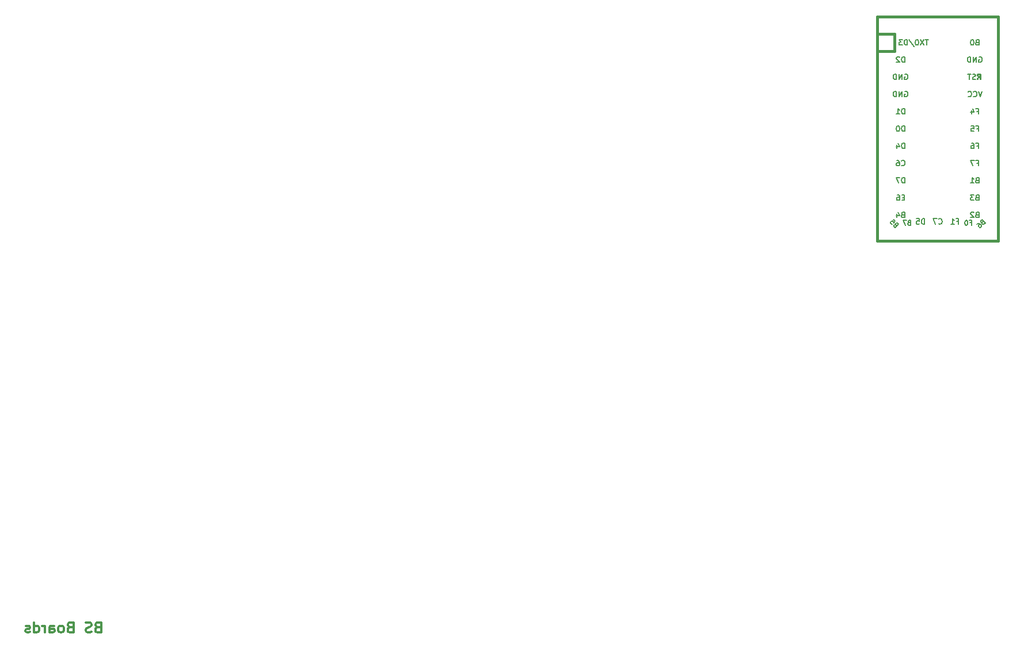
<source format=gbr>
G04 #@! TF.GenerationSoftware,KiCad,Pcbnew,(5.1.5)-3*
G04 #@! TF.CreationDate,2020-03-15T19:25:50-07:00*
G04 #@! TF.ProjectId,keyboard-layout,6b657962-6f61-4726-942d-6c61796f7574,rev?*
G04 #@! TF.SameCoordinates,Original*
G04 #@! TF.FileFunction,Legend,Bot*
G04 #@! TF.FilePolarity,Positive*
%FSLAX46Y46*%
G04 Gerber Fmt 4.6, Leading zero omitted, Abs format (unit mm)*
G04 Created by KiCad (PCBNEW (5.1.5)-3) date 2020-03-15 19:25:50*
%MOMM*%
%LPD*%
G04 APERTURE LIST*
%ADD10C,0.300000*%
%ADD11C,0.381000*%
%ADD12C,0.150000*%
G04 APERTURE END LIST*
D10*
X194741964Y-107049107D02*
X194527678Y-107120535D01*
X194456250Y-107191964D01*
X194384821Y-107334821D01*
X194384821Y-107549107D01*
X194456250Y-107691964D01*
X194527678Y-107763392D01*
X194670535Y-107834821D01*
X195241964Y-107834821D01*
X195241964Y-106334821D01*
X194741964Y-106334821D01*
X194599107Y-106406250D01*
X194527678Y-106477678D01*
X194456250Y-106620535D01*
X194456250Y-106763392D01*
X194527678Y-106906250D01*
X194599107Y-106977678D01*
X194741964Y-107049107D01*
X195241964Y-107049107D01*
X193813392Y-107763392D02*
X193599107Y-107834821D01*
X193241964Y-107834821D01*
X193099107Y-107763392D01*
X193027678Y-107691964D01*
X192956250Y-107549107D01*
X192956250Y-107406250D01*
X193027678Y-107263392D01*
X193099107Y-107191964D01*
X193241964Y-107120535D01*
X193527678Y-107049107D01*
X193670535Y-106977678D01*
X193741964Y-106906250D01*
X193813392Y-106763392D01*
X193813392Y-106620535D01*
X193741964Y-106477678D01*
X193670535Y-106406250D01*
X193527678Y-106334821D01*
X193170535Y-106334821D01*
X192956250Y-106406250D01*
X190670535Y-107049107D02*
X190456250Y-107120535D01*
X190384821Y-107191964D01*
X190313392Y-107334821D01*
X190313392Y-107549107D01*
X190384821Y-107691964D01*
X190456250Y-107763392D01*
X190599107Y-107834821D01*
X191170535Y-107834821D01*
X191170535Y-106334821D01*
X190670535Y-106334821D01*
X190527678Y-106406250D01*
X190456250Y-106477678D01*
X190384821Y-106620535D01*
X190384821Y-106763392D01*
X190456250Y-106906250D01*
X190527678Y-106977678D01*
X190670535Y-107049107D01*
X191170535Y-107049107D01*
X189456250Y-107834821D02*
X189599107Y-107763392D01*
X189670535Y-107691964D01*
X189741964Y-107549107D01*
X189741964Y-107120535D01*
X189670535Y-106977678D01*
X189599107Y-106906250D01*
X189456250Y-106834821D01*
X189241964Y-106834821D01*
X189099107Y-106906250D01*
X189027678Y-106977678D01*
X188956250Y-107120535D01*
X188956250Y-107549107D01*
X189027678Y-107691964D01*
X189099107Y-107763392D01*
X189241964Y-107834821D01*
X189456250Y-107834821D01*
X187670535Y-107834821D02*
X187670535Y-107049107D01*
X187741964Y-106906250D01*
X187884821Y-106834821D01*
X188170535Y-106834821D01*
X188313392Y-106906250D01*
X187670535Y-107763392D02*
X187813392Y-107834821D01*
X188170535Y-107834821D01*
X188313392Y-107763392D01*
X188384821Y-107620535D01*
X188384821Y-107477678D01*
X188313392Y-107334821D01*
X188170535Y-107263392D01*
X187813392Y-107263392D01*
X187670535Y-107191964D01*
X186956250Y-107834821D02*
X186956250Y-106834821D01*
X186956250Y-107120535D02*
X186884821Y-106977678D01*
X186813392Y-106906250D01*
X186670535Y-106834821D01*
X186527678Y-106834821D01*
X185384821Y-107834821D02*
X185384821Y-106334821D01*
X185384821Y-107763392D02*
X185527678Y-107834821D01*
X185813392Y-107834821D01*
X185956250Y-107763392D01*
X186027678Y-107691964D01*
X186099107Y-107549107D01*
X186099107Y-107120535D01*
X186027678Y-106977678D01*
X185956250Y-106906250D01*
X185813392Y-106834821D01*
X185527678Y-106834821D01*
X185384821Y-106906250D01*
X184741964Y-107763392D02*
X184599107Y-107834821D01*
X184313392Y-107834821D01*
X184170535Y-107763392D01*
X184099107Y-107620535D01*
X184099107Y-107549107D01*
X184170535Y-107406250D01*
X184313392Y-107334821D01*
X184527678Y-107334821D01*
X184670535Y-107263392D01*
X184741964Y-107120535D01*
X184741964Y-107049107D01*
X184670535Y-106906250D01*
X184527678Y-106834821D01*
X184313392Y-106834821D01*
X184170535Y-106906250D01*
D11*
X311943750Y-19685000D02*
X309403750Y-19685000D01*
X327183750Y-17145000D02*
X309403750Y-17145000D01*
X309403750Y-17145000D02*
X309403750Y-50165000D01*
X309403750Y-50165000D02*
X327183750Y-50165000D01*
X327183750Y-50165000D02*
X327183750Y-17145000D01*
D12*
G36*
X324138385Y-25574030D02*
G01*
X324138385Y-25674030D01*
X324638385Y-25674030D01*
X324638385Y-25574030D01*
X324138385Y-25574030D01*
G37*
X324138385Y-25574030D02*
X324138385Y-25674030D01*
X324638385Y-25674030D01*
X324638385Y-25574030D01*
X324138385Y-25574030D01*
G36*
X324138385Y-25574030D02*
G01*
X324138385Y-25874030D01*
X324238385Y-25874030D01*
X324238385Y-25574030D01*
X324138385Y-25574030D01*
G37*
X324138385Y-25574030D02*
X324138385Y-25874030D01*
X324238385Y-25874030D01*
X324238385Y-25574030D01*
X324138385Y-25574030D01*
G36*
X324138385Y-26174030D02*
G01*
X324138385Y-26374030D01*
X324238385Y-26374030D01*
X324238385Y-26174030D01*
X324138385Y-26174030D01*
G37*
X324138385Y-26174030D02*
X324138385Y-26374030D01*
X324238385Y-26374030D01*
X324238385Y-26174030D01*
X324138385Y-26174030D01*
G36*
X324538385Y-25574030D02*
G01*
X324538385Y-26374030D01*
X324638385Y-26374030D01*
X324638385Y-25574030D01*
X324538385Y-25574030D01*
G37*
X324538385Y-25574030D02*
X324538385Y-26374030D01*
X324638385Y-26374030D01*
X324638385Y-25574030D01*
X324538385Y-25574030D01*
G36*
X324338385Y-25974030D02*
G01*
X324338385Y-26074030D01*
X324438385Y-26074030D01*
X324438385Y-25974030D01*
X324338385Y-25974030D01*
G37*
X324338385Y-25974030D02*
X324338385Y-26074030D01*
X324438385Y-26074030D01*
X324438385Y-25974030D01*
X324338385Y-25974030D01*
D11*
X311943750Y-19685000D02*
X311943750Y-22225000D01*
X311943750Y-22225000D02*
X309403750Y-22225000D01*
D12*
X316344226Y-47686904D02*
X316344226Y-46886904D01*
X316153750Y-46886904D01*
X316039464Y-46925000D01*
X315963273Y-47001190D01*
X315925178Y-47077380D01*
X315887083Y-47229761D01*
X315887083Y-47344047D01*
X315925178Y-47496428D01*
X315963273Y-47572619D01*
X316039464Y-47648809D01*
X316153750Y-47686904D01*
X316344226Y-47686904D01*
X315163273Y-46886904D02*
X315544226Y-46886904D01*
X315582321Y-47267857D01*
X315544226Y-47229761D01*
X315468035Y-47191666D01*
X315277559Y-47191666D01*
X315201369Y-47229761D01*
X315163273Y-47267857D01*
X315125178Y-47344047D01*
X315125178Y-47534523D01*
X315163273Y-47610714D01*
X315201369Y-47648809D01*
X315277559Y-47686904D01*
X315468035Y-47686904D01*
X315544226Y-47648809D01*
X315582321Y-47610714D01*
X321100416Y-47267857D02*
X321367083Y-47267857D01*
X321367083Y-47686904D02*
X321367083Y-46886904D01*
X320986130Y-46886904D01*
X320262321Y-47686904D02*
X320719464Y-47686904D01*
X320490892Y-47686904D02*
X320490892Y-46886904D01*
X320567083Y-47001190D01*
X320643273Y-47077380D01*
X320719464Y-47115476D01*
X318427083Y-47610714D02*
X318465178Y-47648809D01*
X318579464Y-47686904D01*
X318655654Y-47686904D01*
X318769940Y-47648809D01*
X318846130Y-47572619D01*
X318884226Y-47496428D01*
X318922321Y-47344047D01*
X318922321Y-47229761D01*
X318884226Y-47077380D01*
X318846130Y-47001190D01*
X318769940Y-46925000D01*
X318655654Y-46886904D01*
X318579464Y-46886904D01*
X318465178Y-46925000D01*
X318427083Y-46963095D01*
X318160416Y-46886904D02*
X317627083Y-46886904D01*
X317969940Y-47686904D01*
X324858741Y-47389297D02*
X324811601Y-47483578D01*
X324811601Y-47530719D01*
X324835171Y-47601429D01*
X324905882Y-47672140D01*
X324976592Y-47695710D01*
X325023733Y-47695710D01*
X325094443Y-47672140D01*
X325283005Y-47483578D01*
X324788030Y-46988603D01*
X324623039Y-47153595D01*
X324599469Y-47224306D01*
X324599469Y-47271446D01*
X324623039Y-47342157D01*
X324670179Y-47389297D01*
X324740890Y-47412867D01*
X324788030Y-47412867D01*
X324858741Y-47389297D01*
X325023733Y-47224306D01*
X324080924Y-47695710D02*
X324175205Y-47601429D01*
X324245915Y-47577859D01*
X324293056Y-47577859D01*
X324410907Y-47601429D01*
X324528758Y-47672140D01*
X324717320Y-47860702D01*
X324740890Y-47931412D01*
X324740890Y-47978553D01*
X324717320Y-48049264D01*
X324623039Y-48143544D01*
X324552328Y-48167115D01*
X324505188Y-48167115D01*
X324434477Y-48143544D01*
X324316626Y-48025693D01*
X324293056Y-47954983D01*
X324293056Y-47907842D01*
X324316626Y-47837132D01*
X324410907Y-47742851D01*
X324481617Y-47719280D01*
X324528758Y-47719280D01*
X324599469Y-47742851D01*
X323027083Y-47475000D02*
X323260416Y-47475000D01*
X323260416Y-47841666D02*
X323260416Y-47141666D01*
X322927083Y-47141666D01*
X322527083Y-47141666D02*
X322460416Y-47141666D01*
X322393750Y-47175000D01*
X322360416Y-47208333D01*
X322327083Y-47275000D01*
X322293750Y-47408333D01*
X322293750Y-47575000D01*
X322327083Y-47708333D01*
X322360416Y-47775000D01*
X322393750Y-47808333D01*
X322460416Y-47841666D01*
X322527083Y-47841666D01*
X322593750Y-47808333D01*
X322627083Y-47775000D01*
X322660416Y-47708333D01*
X322693750Y-47575000D01*
X322693750Y-47408333D01*
X322660416Y-47275000D01*
X322627083Y-47208333D01*
X322593750Y-47175000D01*
X322527083Y-47141666D01*
X314077083Y-47475000D02*
X313977083Y-47508333D01*
X313943750Y-47541666D01*
X313910416Y-47608333D01*
X313910416Y-47708333D01*
X313943750Y-47775000D01*
X313977083Y-47808333D01*
X314043750Y-47841666D01*
X314310416Y-47841666D01*
X314310416Y-47141666D01*
X314077083Y-47141666D01*
X314010416Y-47175000D01*
X313977083Y-47208333D01*
X313943750Y-47275000D01*
X313943750Y-47341666D01*
X313977083Y-47408333D01*
X314010416Y-47441666D01*
X314077083Y-47475000D01*
X314310416Y-47475000D01*
X313677083Y-47141666D02*
X313210416Y-47141666D01*
X313510416Y-47841666D01*
X323867083Y-26338809D02*
X323752797Y-26376904D01*
X323562321Y-26376904D01*
X323486130Y-26338809D01*
X323448035Y-26300714D01*
X323409940Y-26224523D01*
X323409940Y-26148333D01*
X323448035Y-26072142D01*
X323486130Y-26034047D01*
X323562321Y-25995952D01*
X323714702Y-25957857D01*
X323790892Y-25919761D01*
X323828988Y-25881666D01*
X323867083Y-25805476D01*
X323867083Y-25729285D01*
X323828988Y-25653095D01*
X323790892Y-25615000D01*
X323714702Y-25576904D01*
X323524226Y-25576904D01*
X323409940Y-25615000D01*
X323181369Y-25576904D02*
X322724226Y-25576904D01*
X322952797Y-26376904D02*
X322952797Y-25576904D01*
X316912354Y-20516904D02*
X316455211Y-20516904D01*
X316683782Y-21316904D02*
X316683782Y-20516904D01*
X316264735Y-20516904D02*
X315731401Y-21316904D01*
X315731401Y-20516904D02*
X316264735Y-21316904D01*
X315274258Y-20516904D02*
X315198068Y-20516904D01*
X315121878Y-20555000D01*
X315083782Y-20593095D01*
X315045687Y-20669285D01*
X315007592Y-20821666D01*
X315007592Y-21012142D01*
X315045687Y-21164523D01*
X315083782Y-21240714D01*
X315121878Y-21278809D01*
X315198068Y-21316904D01*
X315274258Y-21316904D01*
X315350449Y-21278809D01*
X315388544Y-21240714D01*
X315426639Y-21164523D01*
X315464735Y-21012142D01*
X315464735Y-20821666D01*
X315426639Y-20669285D01*
X315388544Y-20593095D01*
X315350449Y-20555000D01*
X315274258Y-20516904D01*
X314093306Y-20478809D02*
X314779020Y-21507380D01*
X313826639Y-21316904D02*
X313826639Y-20516904D01*
X313636163Y-20516904D01*
X313521878Y-20555000D01*
X313445687Y-20631190D01*
X313407592Y-20707380D01*
X313369497Y-20859761D01*
X313369497Y-20974047D01*
X313407592Y-21126428D01*
X313445687Y-21202619D01*
X313521878Y-21278809D01*
X313636163Y-21316904D01*
X313826639Y-21316904D01*
X313102830Y-20516904D02*
X312607592Y-20516904D01*
X312874258Y-20821666D01*
X312759973Y-20821666D01*
X312683782Y-20859761D01*
X312645687Y-20897857D01*
X312607592Y-20974047D01*
X312607592Y-21164523D01*
X312645687Y-21240714D01*
X312683782Y-21278809D01*
X312759973Y-21316904D01*
X312988544Y-21316904D01*
X313064735Y-21278809D01*
X313102830Y-21240714D01*
X324078559Y-46297857D02*
X323964273Y-46335952D01*
X323926178Y-46374047D01*
X323888083Y-46450238D01*
X323888083Y-46564523D01*
X323926178Y-46640714D01*
X323964273Y-46678809D01*
X324040464Y-46716904D01*
X324345226Y-46716904D01*
X324345226Y-45916904D01*
X324078559Y-45916904D01*
X324002369Y-45955000D01*
X323964273Y-45993095D01*
X323926178Y-46069285D01*
X323926178Y-46145476D01*
X323964273Y-46221666D01*
X324002369Y-46259761D01*
X324078559Y-46297857D01*
X324345226Y-46297857D01*
X323583321Y-45993095D02*
X323545226Y-45955000D01*
X323469035Y-45916904D01*
X323278559Y-45916904D01*
X323202369Y-45955000D01*
X323164273Y-45993095D01*
X323126178Y-46069285D01*
X323126178Y-46145476D01*
X323164273Y-46259761D01*
X323621416Y-46716904D01*
X323126178Y-46716904D01*
X324021416Y-38677857D02*
X324288083Y-38677857D01*
X324288083Y-39096904D02*
X324288083Y-38296904D01*
X323907130Y-38296904D01*
X323678559Y-38296904D02*
X323145226Y-38296904D01*
X323488083Y-39096904D01*
X324021416Y-36137857D02*
X324288083Y-36137857D01*
X324288083Y-36556904D02*
X324288083Y-35756904D01*
X323907130Y-35756904D01*
X323259511Y-35756904D02*
X323411892Y-35756904D01*
X323488083Y-35795000D01*
X323526178Y-35833095D01*
X323602369Y-35947380D01*
X323640464Y-36099761D01*
X323640464Y-36404523D01*
X323602369Y-36480714D01*
X323564273Y-36518809D01*
X323488083Y-36556904D01*
X323335702Y-36556904D01*
X323259511Y-36518809D01*
X323221416Y-36480714D01*
X323183321Y-36404523D01*
X323183321Y-36214047D01*
X323221416Y-36137857D01*
X323259511Y-36099761D01*
X323335702Y-36061666D01*
X323488083Y-36061666D01*
X323564273Y-36099761D01*
X323602369Y-36137857D01*
X323640464Y-36214047D01*
X324021416Y-33597857D02*
X324288083Y-33597857D01*
X324288083Y-34016904D02*
X324288083Y-33216904D01*
X323907130Y-33216904D01*
X323221416Y-33216904D02*
X323602369Y-33216904D01*
X323640464Y-33597857D01*
X323602369Y-33559761D01*
X323526178Y-33521666D01*
X323335702Y-33521666D01*
X323259511Y-33559761D01*
X323221416Y-33597857D01*
X323183321Y-33674047D01*
X323183321Y-33864523D01*
X323221416Y-33940714D01*
X323259511Y-33978809D01*
X323335702Y-34016904D01*
X323526178Y-34016904D01*
X323602369Y-33978809D01*
X323640464Y-33940714D01*
X324078559Y-20897857D02*
X323964273Y-20935952D01*
X323926178Y-20974047D01*
X323888083Y-21050238D01*
X323888083Y-21164523D01*
X323926178Y-21240714D01*
X323964273Y-21278809D01*
X324040464Y-21316904D01*
X324345226Y-21316904D01*
X324345226Y-20516904D01*
X324078559Y-20516904D01*
X324002369Y-20555000D01*
X323964273Y-20593095D01*
X323926178Y-20669285D01*
X323926178Y-20745476D01*
X323964273Y-20821666D01*
X324002369Y-20859761D01*
X324078559Y-20897857D01*
X324345226Y-20897857D01*
X323392845Y-20516904D02*
X323316654Y-20516904D01*
X323240464Y-20555000D01*
X323202369Y-20593095D01*
X323164273Y-20669285D01*
X323126178Y-20821666D01*
X323126178Y-21012142D01*
X323164273Y-21164523D01*
X323202369Y-21240714D01*
X323240464Y-21278809D01*
X323316654Y-21316904D01*
X323392845Y-21316904D01*
X323469035Y-21278809D01*
X323507130Y-21240714D01*
X323545226Y-21164523D01*
X323583321Y-21012142D01*
X323583321Y-20821666D01*
X323545226Y-20669285D01*
X323507130Y-20593095D01*
X323469035Y-20555000D01*
X323392845Y-20516904D01*
X324364273Y-23095000D02*
X324440464Y-23056904D01*
X324554750Y-23056904D01*
X324669035Y-23095000D01*
X324745226Y-23171190D01*
X324783321Y-23247380D01*
X324821416Y-23399761D01*
X324821416Y-23514047D01*
X324783321Y-23666428D01*
X324745226Y-23742619D01*
X324669035Y-23818809D01*
X324554750Y-23856904D01*
X324478559Y-23856904D01*
X324364273Y-23818809D01*
X324326178Y-23780714D01*
X324326178Y-23514047D01*
X324478559Y-23514047D01*
X323983321Y-23856904D02*
X323983321Y-23056904D01*
X323526178Y-23856904D01*
X323526178Y-23056904D01*
X323145226Y-23856904D02*
X323145226Y-23056904D01*
X322954750Y-23056904D01*
X322840464Y-23095000D01*
X322764273Y-23171190D01*
X322726178Y-23247380D01*
X322688083Y-23399761D01*
X322688083Y-23514047D01*
X322726178Y-23666428D01*
X322764273Y-23742619D01*
X322840464Y-23818809D01*
X322954750Y-23856904D01*
X323145226Y-23856904D01*
X324821416Y-28136904D02*
X324554750Y-28936904D01*
X324288083Y-28136904D01*
X323564273Y-28860714D02*
X323602369Y-28898809D01*
X323716654Y-28936904D01*
X323792845Y-28936904D01*
X323907130Y-28898809D01*
X323983321Y-28822619D01*
X324021416Y-28746428D01*
X324059511Y-28594047D01*
X324059511Y-28479761D01*
X324021416Y-28327380D01*
X323983321Y-28251190D01*
X323907130Y-28175000D01*
X323792845Y-28136904D01*
X323716654Y-28136904D01*
X323602369Y-28175000D01*
X323564273Y-28213095D01*
X322764273Y-28860714D02*
X322802369Y-28898809D01*
X322916654Y-28936904D01*
X322992845Y-28936904D01*
X323107130Y-28898809D01*
X323183321Y-28822619D01*
X323221416Y-28746428D01*
X323259511Y-28594047D01*
X323259511Y-28479761D01*
X323221416Y-28327380D01*
X323183321Y-28251190D01*
X323107130Y-28175000D01*
X322992845Y-28136904D01*
X322916654Y-28136904D01*
X322802369Y-28175000D01*
X322764273Y-28213095D01*
X324021416Y-31057857D02*
X324288083Y-31057857D01*
X324288083Y-31476904D02*
X324288083Y-30676904D01*
X323907130Y-30676904D01*
X323259511Y-30943571D02*
X323259511Y-31476904D01*
X323449988Y-30638809D02*
X323640464Y-31210238D01*
X323145226Y-31210238D01*
X324078559Y-41217857D02*
X323964273Y-41255952D01*
X323926178Y-41294047D01*
X323888083Y-41370238D01*
X323888083Y-41484523D01*
X323926178Y-41560714D01*
X323964273Y-41598809D01*
X324040464Y-41636904D01*
X324345226Y-41636904D01*
X324345226Y-40836904D01*
X324078559Y-40836904D01*
X324002369Y-40875000D01*
X323964273Y-40913095D01*
X323926178Y-40989285D01*
X323926178Y-41065476D01*
X323964273Y-41141666D01*
X324002369Y-41179761D01*
X324078559Y-41217857D01*
X324345226Y-41217857D01*
X323126178Y-41636904D02*
X323583321Y-41636904D01*
X323354750Y-41636904D02*
X323354750Y-40836904D01*
X323430940Y-40951190D01*
X323507130Y-41027380D01*
X323583321Y-41065476D01*
X324078559Y-43757857D02*
X323964273Y-43795952D01*
X323926178Y-43834047D01*
X323888083Y-43910238D01*
X323888083Y-44024523D01*
X323926178Y-44100714D01*
X323964273Y-44138809D01*
X324040464Y-44176904D01*
X324345226Y-44176904D01*
X324345226Y-43376904D01*
X324078559Y-43376904D01*
X324002369Y-43415000D01*
X323964273Y-43453095D01*
X323926178Y-43529285D01*
X323926178Y-43605476D01*
X323964273Y-43681666D01*
X324002369Y-43719761D01*
X324078559Y-43757857D01*
X324345226Y-43757857D01*
X323621416Y-43376904D02*
X323126178Y-43376904D01*
X323392845Y-43681666D01*
X323278559Y-43681666D01*
X323202369Y-43719761D01*
X323164273Y-43757857D01*
X323126178Y-43834047D01*
X323126178Y-44024523D01*
X323164273Y-44100714D01*
X323202369Y-44138809D01*
X323278559Y-44176904D01*
X323507130Y-44176904D01*
X323583321Y-44138809D01*
X323621416Y-44100714D01*
X312129452Y-47789991D02*
X312035171Y-47742851D01*
X311988030Y-47742851D01*
X311917320Y-47766421D01*
X311846609Y-47837132D01*
X311823039Y-47907842D01*
X311823039Y-47954983D01*
X311846609Y-48025693D01*
X312035171Y-48214255D01*
X312530146Y-47719280D01*
X312365154Y-47554289D01*
X312294443Y-47530719D01*
X312247303Y-47530719D01*
X312176592Y-47554289D01*
X312129452Y-47601429D01*
X312105882Y-47672140D01*
X312105882Y-47719280D01*
X312129452Y-47789991D01*
X312294443Y-47954983D01*
X311799469Y-46988603D02*
X312035171Y-47224306D01*
X311823039Y-47483578D01*
X311823039Y-47436438D01*
X311799469Y-47365727D01*
X311681617Y-47247876D01*
X311610907Y-47224306D01*
X311563766Y-47224306D01*
X311493056Y-47247876D01*
X311375205Y-47365727D01*
X311351634Y-47436438D01*
X311351634Y-47483578D01*
X311375205Y-47554289D01*
X311493056Y-47672140D01*
X311563766Y-47695710D01*
X311610907Y-47695710D01*
X313156559Y-46297857D02*
X313042273Y-46335952D01*
X313004178Y-46374047D01*
X312966083Y-46450238D01*
X312966083Y-46564523D01*
X313004178Y-46640714D01*
X313042273Y-46678809D01*
X313118464Y-46716904D01*
X313423226Y-46716904D01*
X313423226Y-45916904D01*
X313156559Y-45916904D01*
X313080369Y-45955000D01*
X313042273Y-45993095D01*
X313004178Y-46069285D01*
X313004178Y-46145476D01*
X313042273Y-46221666D01*
X313080369Y-46259761D01*
X313156559Y-46297857D01*
X313423226Y-46297857D01*
X312280369Y-46183571D02*
X312280369Y-46716904D01*
X312470845Y-45878809D02*
X312661321Y-46450238D01*
X312166083Y-46450238D01*
X313385130Y-43757857D02*
X313118464Y-43757857D01*
X313004178Y-44176904D02*
X313385130Y-44176904D01*
X313385130Y-43376904D01*
X313004178Y-43376904D01*
X312318464Y-43376904D02*
X312470845Y-43376904D01*
X312547035Y-43415000D01*
X312585130Y-43453095D01*
X312661321Y-43567380D01*
X312699416Y-43719761D01*
X312699416Y-44024523D01*
X312661321Y-44100714D01*
X312623226Y-44138809D01*
X312547035Y-44176904D01*
X312394654Y-44176904D01*
X312318464Y-44138809D01*
X312280369Y-44100714D01*
X312242273Y-44024523D01*
X312242273Y-43834047D01*
X312280369Y-43757857D01*
X312318464Y-43719761D01*
X312394654Y-43681666D01*
X312547035Y-43681666D01*
X312623226Y-43719761D01*
X312661321Y-43757857D01*
X312699416Y-43834047D01*
X313423226Y-41636904D02*
X313423226Y-40836904D01*
X313232750Y-40836904D01*
X313118464Y-40875000D01*
X313042273Y-40951190D01*
X313004178Y-41027380D01*
X312966083Y-41179761D01*
X312966083Y-41294047D01*
X313004178Y-41446428D01*
X313042273Y-41522619D01*
X313118464Y-41598809D01*
X313232750Y-41636904D01*
X313423226Y-41636904D01*
X312699416Y-40836904D02*
X312166083Y-40836904D01*
X312508940Y-41636904D01*
X312966083Y-39020714D02*
X313004178Y-39058809D01*
X313118464Y-39096904D01*
X313194654Y-39096904D01*
X313308940Y-39058809D01*
X313385130Y-38982619D01*
X313423226Y-38906428D01*
X313461321Y-38754047D01*
X313461321Y-38639761D01*
X313423226Y-38487380D01*
X313385130Y-38411190D01*
X313308940Y-38335000D01*
X313194654Y-38296904D01*
X313118464Y-38296904D01*
X313004178Y-38335000D01*
X312966083Y-38373095D01*
X312280369Y-38296904D02*
X312432750Y-38296904D01*
X312508940Y-38335000D01*
X312547035Y-38373095D01*
X312623226Y-38487380D01*
X312661321Y-38639761D01*
X312661321Y-38944523D01*
X312623226Y-39020714D01*
X312585130Y-39058809D01*
X312508940Y-39096904D01*
X312356559Y-39096904D01*
X312280369Y-39058809D01*
X312242273Y-39020714D01*
X312204178Y-38944523D01*
X312204178Y-38754047D01*
X312242273Y-38677857D01*
X312280369Y-38639761D01*
X312356559Y-38601666D01*
X312508940Y-38601666D01*
X312585130Y-38639761D01*
X312623226Y-38677857D01*
X312661321Y-38754047D01*
X313423226Y-36556904D02*
X313423226Y-35756904D01*
X313232750Y-35756904D01*
X313118464Y-35795000D01*
X313042273Y-35871190D01*
X313004178Y-35947380D01*
X312966083Y-36099761D01*
X312966083Y-36214047D01*
X313004178Y-36366428D01*
X313042273Y-36442619D01*
X313118464Y-36518809D01*
X313232750Y-36556904D01*
X313423226Y-36556904D01*
X312280369Y-36023571D02*
X312280369Y-36556904D01*
X312470845Y-35718809D02*
X312661321Y-36290238D01*
X312166083Y-36290238D01*
X313442273Y-25635000D02*
X313518464Y-25596904D01*
X313632750Y-25596904D01*
X313747035Y-25635000D01*
X313823226Y-25711190D01*
X313861321Y-25787380D01*
X313899416Y-25939761D01*
X313899416Y-26054047D01*
X313861321Y-26206428D01*
X313823226Y-26282619D01*
X313747035Y-26358809D01*
X313632750Y-26396904D01*
X313556559Y-26396904D01*
X313442273Y-26358809D01*
X313404178Y-26320714D01*
X313404178Y-26054047D01*
X313556559Y-26054047D01*
X313061321Y-26396904D02*
X313061321Y-25596904D01*
X312604178Y-26396904D01*
X312604178Y-25596904D01*
X312223226Y-26396904D02*
X312223226Y-25596904D01*
X312032750Y-25596904D01*
X311918464Y-25635000D01*
X311842273Y-25711190D01*
X311804178Y-25787380D01*
X311766083Y-25939761D01*
X311766083Y-26054047D01*
X311804178Y-26206428D01*
X311842273Y-26282619D01*
X311918464Y-26358809D01*
X312032750Y-26396904D01*
X312223226Y-26396904D01*
X313442273Y-28175000D02*
X313518464Y-28136904D01*
X313632750Y-28136904D01*
X313747035Y-28175000D01*
X313823226Y-28251190D01*
X313861321Y-28327380D01*
X313899416Y-28479761D01*
X313899416Y-28594047D01*
X313861321Y-28746428D01*
X313823226Y-28822619D01*
X313747035Y-28898809D01*
X313632750Y-28936904D01*
X313556559Y-28936904D01*
X313442273Y-28898809D01*
X313404178Y-28860714D01*
X313404178Y-28594047D01*
X313556559Y-28594047D01*
X313061321Y-28936904D02*
X313061321Y-28136904D01*
X312604178Y-28936904D01*
X312604178Y-28136904D01*
X312223226Y-28936904D02*
X312223226Y-28136904D01*
X312032750Y-28136904D01*
X311918464Y-28175000D01*
X311842273Y-28251190D01*
X311804178Y-28327380D01*
X311766083Y-28479761D01*
X311766083Y-28594047D01*
X311804178Y-28746428D01*
X311842273Y-28822619D01*
X311918464Y-28898809D01*
X312032750Y-28936904D01*
X312223226Y-28936904D01*
X313423226Y-31476904D02*
X313423226Y-30676904D01*
X313232750Y-30676904D01*
X313118464Y-30715000D01*
X313042273Y-30791190D01*
X313004178Y-30867380D01*
X312966083Y-31019761D01*
X312966083Y-31134047D01*
X313004178Y-31286428D01*
X313042273Y-31362619D01*
X313118464Y-31438809D01*
X313232750Y-31476904D01*
X313423226Y-31476904D01*
X312204178Y-31476904D02*
X312661321Y-31476904D01*
X312432750Y-31476904D02*
X312432750Y-30676904D01*
X312508940Y-30791190D01*
X312585130Y-30867380D01*
X312661321Y-30905476D01*
X313423226Y-34016904D02*
X313423226Y-33216904D01*
X313232750Y-33216904D01*
X313118464Y-33255000D01*
X313042273Y-33331190D01*
X313004178Y-33407380D01*
X312966083Y-33559761D01*
X312966083Y-33674047D01*
X313004178Y-33826428D01*
X313042273Y-33902619D01*
X313118464Y-33978809D01*
X313232750Y-34016904D01*
X313423226Y-34016904D01*
X312470845Y-33216904D02*
X312394654Y-33216904D01*
X312318464Y-33255000D01*
X312280369Y-33293095D01*
X312242273Y-33369285D01*
X312204178Y-33521666D01*
X312204178Y-33712142D01*
X312242273Y-33864523D01*
X312280369Y-33940714D01*
X312318464Y-33978809D01*
X312394654Y-34016904D01*
X312470845Y-34016904D01*
X312547035Y-33978809D01*
X312585130Y-33940714D01*
X312623226Y-33864523D01*
X312661321Y-33712142D01*
X312661321Y-33521666D01*
X312623226Y-33369285D01*
X312585130Y-33293095D01*
X312547035Y-33255000D01*
X312470845Y-33216904D01*
X313423226Y-23856904D02*
X313423226Y-23056904D01*
X313232750Y-23056904D01*
X313118464Y-23095000D01*
X313042273Y-23171190D01*
X313004178Y-23247380D01*
X312966083Y-23399761D01*
X312966083Y-23514047D01*
X313004178Y-23666428D01*
X313042273Y-23742619D01*
X313118464Y-23818809D01*
X313232750Y-23856904D01*
X313423226Y-23856904D01*
X312661321Y-23133095D02*
X312623226Y-23095000D01*
X312547035Y-23056904D01*
X312356559Y-23056904D01*
X312280369Y-23095000D01*
X312242273Y-23133095D01*
X312204178Y-23209285D01*
X312204178Y-23285476D01*
X312242273Y-23399761D01*
X312699416Y-23856904D01*
X312204178Y-23856904D01*
M02*

</source>
